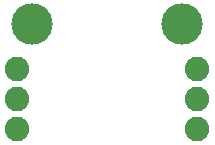
<source format=gbr>
G04 EAGLE Gerber RS-274X export*
G75*
%MOMM*%
%FSLAX34Y34*%
%LPD*%
%INSoldermask Bottom*%
%IPPOS*%
%AMOC8*
5,1,8,0,0,1.08239X$1,22.5*%
G01*
%ADD10C,3.505200*%
%ADD11C,2.082800*%


D10*
X152400Y101600D03*
X25400Y101600D03*
D11*
X12700Y12700D03*
X12700Y38100D03*
X12700Y63500D03*
X165100Y12700D03*
X165100Y38100D03*
X165100Y63500D03*
M02*

</source>
